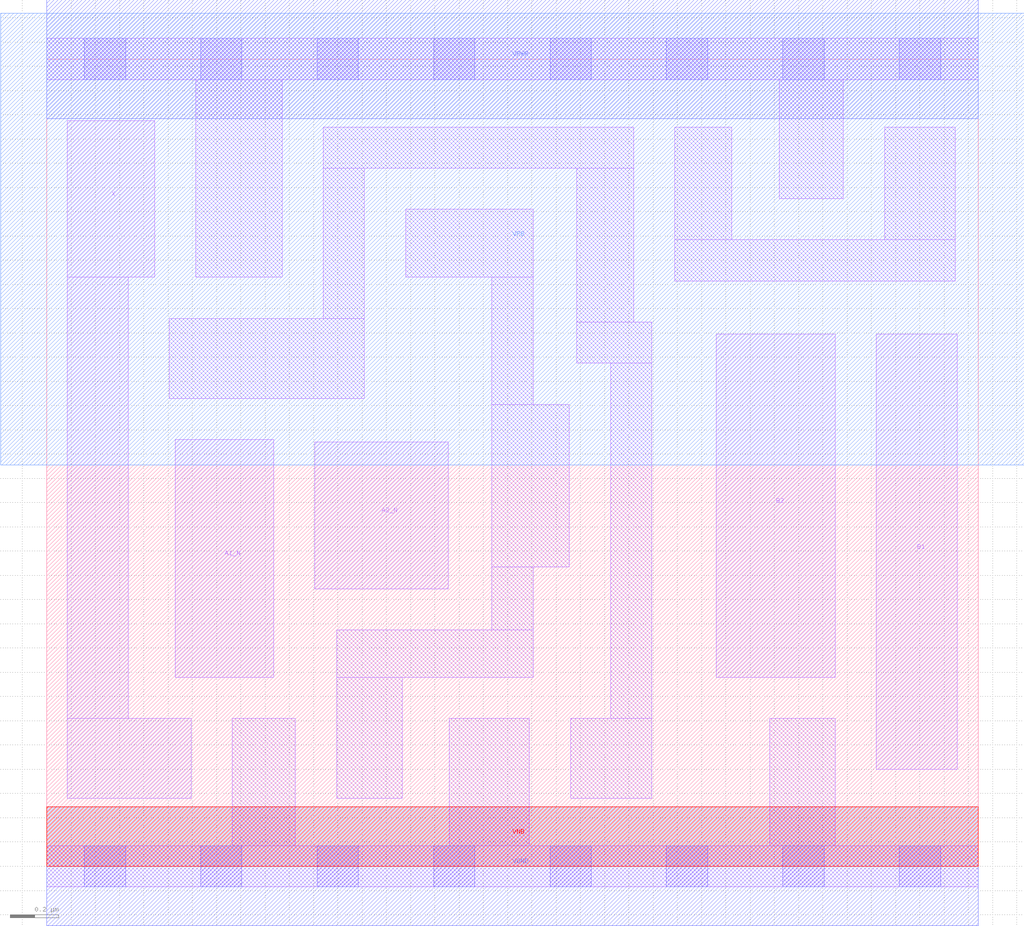
<source format=lef>
# Copyright 2020 The SkyWater PDK Authors
#
# Licensed under the Apache License, Version 2.0 (the "License");
# you may not use this file except in compliance with the License.
# You may obtain a copy of the License at
#
#     https://www.apache.org/licenses/LICENSE-2.0
#
# Unless required by applicable law or agreed to in writing, software
# distributed under the License is distributed on an "AS IS" BASIS,
# WITHOUT WARRANTIES OR CONDITIONS OF ANY KIND, either express or implied.
# See the License for the specific language governing permissions and
# limitations under the License.
#
# SPDX-License-Identifier: Apache-2.0

VERSION 5.7 ;
  NOWIREEXTENSIONATPIN ON ;
  DIVIDERCHAR "/" ;
  BUSBITCHARS "[]" ;
MACRO sky130_fd_sc_lp__a2bb2o_0
  CLASS CORE ;
  FOREIGN sky130_fd_sc_lp__a2bb2o_0 ;
  ORIGIN  0.000000  0.000000 ;
  SIZE  3.840000 BY  3.330000 ;
  SYMMETRY X Y R90 ;
  SITE unit ;
  PIN A1_N
    ANTENNAGATEAREA  0.126000 ;
    DIRECTION INPUT ;
    USE SIGNAL ;
    PORT
      LAYER li1 ;
        RECT 0.530000 0.780000 0.935000 1.760000 ;
    END
  END A1_N
  PIN A2_N
    ANTENNAGATEAREA  0.126000 ;
    DIRECTION INPUT ;
    USE SIGNAL ;
    PORT
      LAYER li1 ;
        RECT 1.105000 1.145000 1.655000 1.750000 ;
    END
  END A2_N
  PIN B1
    ANTENNAGATEAREA  0.126000 ;
    DIRECTION INPUT ;
    USE SIGNAL ;
    PORT
      LAYER li1 ;
        RECT 3.420000 0.400000 3.755000 2.195000 ;
    END
  END B1
  PIN B2
    ANTENNAGATEAREA  0.126000 ;
    DIRECTION INPUT ;
    USE SIGNAL ;
    PORT
      LAYER li1 ;
        RECT 2.760000 0.780000 3.250000 2.195000 ;
    END
  END B2
  PIN X
    ANTENNADIFFAREA  0.293500 ;
    DIRECTION OUTPUT ;
    USE SIGNAL ;
    PORT
      LAYER li1 ;
        RECT 0.085000 0.280000 0.595000 0.610000 ;
        RECT 0.085000 0.610000 0.335000 2.430000 ;
        RECT 0.085000 2.430000 0.445000 3.075000 ;
    END
  END X
  PIN VGND
    DIRECTION INOUT ;
    USE GROUND ;
    PORT
      LAYER met1 ;
        RECT 0.000000 -0.245000 3.840000 0.245000 ;
    END
  END VGND
  PIN VNB
    DIRECTION INOUT ;
    USE GROUND ;
    PORT
      LAYER pwell ;
        RECT 0.000000 0.000000 3.840000 0.245000 ;
    END
  END VNB
  PIN VPB
    DIRECTION INOUT ;
    USE POWER ;
    PORT
      LAYER nwell ;
        RECT -0.190000 1.655000 4.030000 3.520000 ;
    END
  END VPB
  PIN VPWR
    DIRECTION INOUT ;
    USE POWER ;
    PORT
      LAYER met1 ;
        RECT 0.000000 3.085000 3.840000 3.575000 ;
    END
  END VPWR
  OBS
    LAYER li1 ;
      RECT 0.000000 -0.085000 3.840000 0.085000 ;
      RECT 0.000000  3.245000 3.840000 3.415000 ;
      RECT 0.505000  1.930000 1.310000 2.260000 ;
      RECT 0.615000  2.430000 0.970000 3.245000 ;
      RECT 0.765000  0.085000 1.025000 0.610000 ;
      RECT 1.140000  2.260000 1.310000 2.880000 ;
      RECT 1.140000  2.880000 2.420000 3.050000 ;
      RECT 1.195000  0.280000 1.465000 0.780000 ;
      RECT 1.195000  0.780000 2.005000 0.975000 ;
      RECT 1.480000  2.430000 2.005000 2.710000 ;
      RECT 1.660000  0.085000 1.990000 0.610000 ;
      RECT 1.835000  0.975000 2.005000 1.235000 ;
      RECT 1.835000  1.235000 2.155000 1.905000 ;
      RECT 1.835000  1.905000 2.005000 2.430000 ;
      RECT 2.160000  0.280000 2.495000 0.610000 ;
      RECT 2.185000  2.075000 2.495000 2.245000 ;
      RECT 2.185000  2.245000 2.420000 2.880000 ;
      RECT 2.325000  0.610000 2.495000 2.075000 ;
      RECT 2.590000  2.415000 3.745000 2.585000 ;
      RECT 2.590000  2.585000 2.825000 3.050000 ;
      RECT 2.980000  0.085000 3.250000 0.610000 ;
      RECT 3.020000  2.755000 3.285000 3.245000 ;
      RECT 3.455000  2.585000 3.745000 3.050000 ;
    LAYER mcon ;
      RECT 0.155000 -0.085000 0.325000 0.085000 ;
      RECT 0.155000  3.245000 0.325000 3.415000 ;
      RECT 0.635000 -0.085000 0.805000 0.085000 ;
      RECT 0.635000  3.245000 0.805000 3.415000 ;
      RECT 1.115000 -0.085000 1.285000 0.085000 ;
      RECT 1.115000  3.245000 1.285000 3.415000 ;
      RECT 1.595000 -0.085000 1.765000 0.085000 ;
      RECT 1.595000  3.245000 1.765000 3.415000 ;
      RECT 2.075000 -0.085000 2.245000 0.085000 ;
      RECT 2.075000  3.245000 2.245000 3.415000 ;
      RECT 2.555000 -0.085000 2.725000 0.085000 ;
      RECT 2.555000  3.245000 2.725000 3.415000 ;
      RECT 3.035000 -0.085000 3.205000 0.085000 ;
      RECT 3.035000  3.245000 3.205000 3.415000 ;
      RECT 3.515000 -0.085000 3.685000 0.085000 ;
      RECT 3.515000  3.245000 3.685000 3.415000 ;
  END
END sky130_fd_sc_lp__a2bb2o_0
END LIBRARY

</source>
